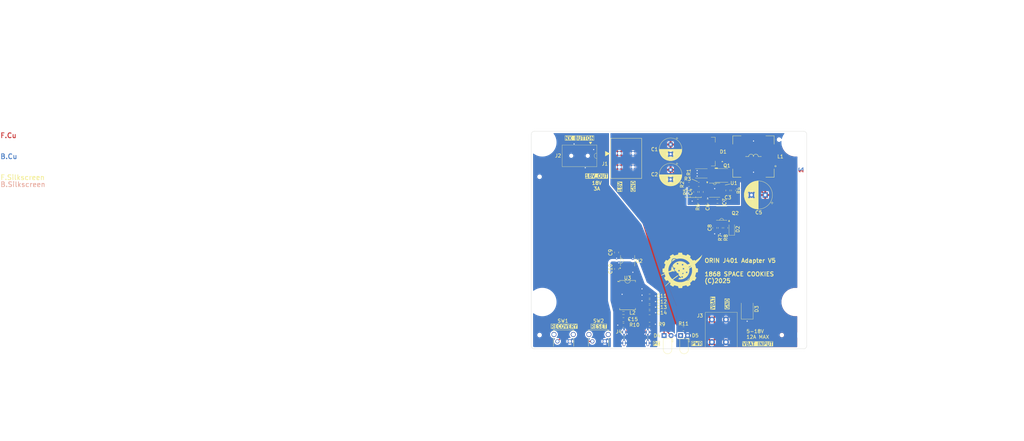
<source format=kicad_pcb>
(kicad_pcb (version 20241229) (generator "pcbnew") (generator_version "9.0")
  (title_block (title "NX Adapter Board") (date "2025-09-13") (rev "5"))
  (layers (0 "F.Cu" signal) (2 "B.Cu" signal) (13 "F.Paste" user) (15 "B.Paste" user) (5 "F.SilkS" user "F.Silkscreen") (7 "B.SilkS" user "B.Silkscreen") (1 "F.Mask" user) (3 "B.Mask" user) (25 "Edge.Cuts" user))
  (net 0 "")
  (net 1 "GND")
  (net 2 "+18V")
  (net 3 "/Power Supply/V_IN")
  (net 4 "Net-(U1-I_{SEN})")
  (net 5 "GND_USB")
  (net 6 "Net-(U1-COMP)")
  (net 7 "/V_BAT")
  (net 8 "/Power Supply/SW")
  (net 9 "Net-(D2-A)")
  (net 10 "/~{REC}")
  (net 11 "/UART2_TXD")
  (net 12 "/~{SYS_RESET}")
  (net 13 "/UART2_RXD")
  (net 14 "Net-(U1-FB)")
  (net 15 "Net-(U1-FA{slash}SD)")
  (net 16 "/Power Supply/Q_S")
  (net 17 "3V3_USB")
  (net 18 "/3V3")
  (net 19 "/PC_LED-")
  (net 20 "/PC_LED+")
  (net 21 "GND1")
  (net 22 "Net-(C6-Pad2)")
  (net 23 "Net-(U3-VCC)")
  (net 24 "Net-(U3-USBD-)")
  (net 25 "Net-(U3-USBD+)")
  (net 26 "Net-(C15-Pad1)")
  (net 27 "Net-(D5-KA)")
  (net 30 "Net-(J4-CC1)")
  (net 31 "Net-(J4-CC2)")
  (net 32 "Net-(Q1-G)")
  (net 33 "Net-(U2-OUT_{A})")
  (net 34 "Net-(U2-IN_{B})")
  (footprint "Package_TO_SOT_SMD:TO-263-2" (layer "F.Cu") (at 286.99 87.376 180)
    (property "Reference" "D1")
    (property "Value" "STPS20M100SG-TR")
  )
  (footprint "Capacitor_SMD:C_0805_2012Metric" (layer "F.Cu") (at 267.96 143.865)
    (property "Reference" "C13")
    (property "Value" "47pF-5%-50V-0805")
  )
  (footprint "NX-J401-Adapter:TI-SON5x6" (layer "F.Cu") (at 293.945 96.012 180)
    (property "Reference" "Q1")
    (property "Value" "CSD16322Q5")
  )
  (footprint "NX-J401-Adapter:Fiducial_1.6mm_Mask3mm" (layer "F.Cu") (at 320 154)
    (property "Reference" "FID3" (hide yes))
    (property "Value" "Fiducial")
  )
  (footprint "LED_THT:LED_D3.0mm_Horizontal_O1.27mm_Z2.0mm" (layer "F.Cu") (at 279.23 154.165)
    (property "Reference" "D5")
    (property "Value" "PWR")
  )
  (footprint "MountingHole:MountingHole_2.7mm_M2.5" (layer "F.Cu") (at 229 84)
    (property "Reference" "H2" (hide yes))
    (property "Value" "MountingHole" (hide yes))
  )
  (footprint "Resistor_SMD:R_0805_2012Metric" (layer "F.Cu") (at 295.656 115.062 -90)
    (property "Reference" "R8")
    (property "Value" "20.0k-1%-0805")
  )
  (footprint "NX-J401-Adapter:Fiducial_1.6mm_Mask3mm" (layer "F.Cu") (at 320 91)
    (property "Reference" "FID2" (hide yes))
    (property "Value" "Fiducial")
  )
  (footprint "Inductor_SMD:L_0805_2012Metric" (layer "F.Cu") (at 258.4704 145.9738)
    (property "Reference" "L2")
    (property "Value" "HZ0805E601R-10")
  )
  (footprint "Capacitor_SMD:C_0805_2012Metric" (layer "F.Cu") (at 255.96 129.992 90)
    (property "Reference" "C10")
    (property "Value" "0.1uF-10%-25V-0805")
  )
  (footprint "MountingHole:ToolingHole_1.152mm" (layer "F.Cu") (at 316 154)
    (property "Reference" "H8" (hide yes))
    (property "Value" "Tooling Hole")
  )
  (footprint "Capacitor_THT:CP_Radial_D8.0mm_P3.50mm" (layer "F.Cu") (at 275.59 93.98 -90)
    (property "Reference" "C2")
    (property "Value" "82uF 35V")
  )
  (footprint "NX-J401-Adapter:SW_TL1105VF100Q_EWI" (layer "F.Cu") (at 234.478 156.2857)
    (property "Reference" "SW1")
    (property "Value" "RECOVERY")
  )
  (footprint "MountingHole:ToolingHole_1.152mm" (layer "F.Cu") (at 315 83)
    (property "Reference" "H1" (hide yes))
    (property "Value" "Tooling Hole")
  )
  (footprint "Capacitor_SMD:C_0805_2012Metric" (layer "F.Cu") (at 291.592 115.062 -90)
    (property "Reference" "C8")
    (property "Value" "22uF-20%-25V-0805")
  )
  (footprint "Capacitor_THT:CP_Radial_D8.0mm_P3.50mm" (layer "F.Cu") (at 275.59 84.7852 -90)
    (property "Reference" "C1")
    (property "Value" "82uF 35V")
  )
  (footprint "NX-J401-Adapter:Wurth-691406510002B" (layer "F.Cu") (at 290.6014 148.3656)
    (property "Reference" "J3")
    (property "Value" "Power")
  )
  (footprint "Resistor_SMD:R_0805_2012Metric" (layer "F.Cu") (at 284.7086 102.0064 90)
    (property "Reference" "R5")
    (property "Value" "1.05k-1%-0805")
  )
  (footprint "Resistor_SMD:R_0805_2012Metric" (layer "F.Cu") (at 282.2702 99.2886 180)
    (property "Reference" "R2")
    (property "Value" "14.0k-1%-0805")
  )
  (footprint "Capacitor_SMD:C_0805_2012Metric" (layer "F.Cu") (at 267.96 139.833)
    (property "Reference" "C11")
    (property "Value" "4.7uF-10%-25V-0805")
  )
  (footprint "Resistor_SMD:R_0805_2012Metric" (layer "F.Cu") (at 258.4704 150.4188)
    (property "Reference" "R10")
    (property "Value" "5.10k-1%-0805")
  )
  (footprint "Capacitor_SMD:C_0805_2012Metric" (layer "F.Cu") (at 267.96 141.833)
    (property "Reference" "C12")
    (property "Value" "0.1uF-10%-25V-0805")
  )
  (footprint "Resistor_SMD:R_0805_2012Metric" (layer "F.Cu") (at 267.96 150.088 180)
    (property "Reference" "R9")
    (property "Value" "5.10k-1%-0805")
  )
  (footprint "Capacitor_SMD:C_0805_2012Metric" (layer "F.Cu") (at 267.96 145.897)
    (property "Reference" "C14")
    (property "Value" "47pF-5%-50V-0805")
  )
  (footprint "LED_THT:LED_D3.0mm_Horizontal_O1.27mm_Z2.0mm" (layer "F.Cu") (at 273.23 154.165)
    (property "Reference" "D4")
    (property "Value" "PC")
  )
  (footprint "NX-J401-Adapter:Molex-878321010" (layer "F.Cu") (at 242.5 88.875 180)
    (property "Reference" "J2")
    (property "Value" "NX BUTTON")
  )
  (footprint "Package_SO:SOIC-8_3.9x4.9mm_P1.27mm" (layer "F.Cu") (at 294.132 109.728 180)
    (property "Reference" "Q2")
    (property "Value" "SI4483ADY-T1-GE3")
  )
  (footprint "NX-J401-Adapter:SW_TL1105VF100Q_EWI" (layer "F.Cu") (at 247.178 156.2857)
    (property "Reference" "SW2")
    (property "Value" "RESET")
  )
  (footprint "Capacitor_SMD:C_0805_2012Metric" (layer "F.Cu") (at 258.4704 148.3868)
    (property "Reference" "C15")
    (property "Value" "0.01uF-10%-50V-0805")
  )
  (footprint "Capacitor_SMD:C_0805_2012Metric" (layer "F.Cu") (at 255.96 123.992 -90)
    (property "Reference" "C9")
    (property "Value" "0.1uF-10%-25V-0805")
  )
  (footprint "Diode_SMD:D_SMB" (layer "F.Cu") (at 303.403 144.526 90)
    (property "Reference" "D3")
    (property "Value" "15V")
  )
  (footprint "Resistor_SMD:R_0805_2012Metric" (layer "F.Cu") (at 298.45 101.47304 90)
    (property "Reference" "R4")
    (property "Value" "59.0k-1%-0805")
  )
  (footprint "Resistor_SMD:R_0805_2012Metric" (layer "F.Cu") (at 280.289 151.6634)
    (property "Reference" "R11")
    (property "Value" "4.99k-1%-0805")
  )
  (footprint "MountingHole:MountingHole_2.7mm_M2.5" (layer "F.Cu") (at 229 142)
    (property "Reference" "H5" (hide yes))
    (property "Value" "MountingHole" (hide yes))
  )
  (footprint "Capacitor_THT:CP_Radial_D10.0mm_P5.00mm" (layer "F.Cu") (at 309.961677 103.124 180)
    (property "Reference" "C5")
    (property "Value" "330uF 35V")
  )
  (footprint "Diode_SMD:D_SOD-123F" (layer "F.Cu") (at 297.815 115.57 90)
    (property "Reference" "D2")
    (property "Value" "15V")
  )
  (footprint "NX-J401-Adapter:Fiducial_1.6mm_Mask3mm" (layer "F.Cu") (at 230 91)
    (property "Reference" "FID1" (hide yes))
    (property "Value" "Fiducial")
  )
  (footprint "Package_SO:SSOP-28_5.3x10.2mm_P0.65mm" (layer "F.Cu") (at 259.96 139.492)
    (property "Reference" "U3")
    (property "Value" "FT232RNL")
  )
  (footprint "Package_SO:SOIC-8_3.9x4.9mm_P1.27mm" (layer "F.Cu") (at 259.96 126.992 90)
    (property "Reference" "U2")
    (property "Value" "ISO6721BDR")
  )
  (footprint "NX-J401-Adapter:CONN_69140872_WRE" (layer "F.Cu") (at 256.9464 87.9818)
    (property "Reference" "J1")
    (property "Value" "18V_OUT")
  )
  (footprint "NX-J401-Adapter:SPACE_COOKIES_LOGO_15mm" (layer "F.Cu") (at 279.5524 130.510413)
    (property "Reference" "LOGO1" (hide yes))
    (property "Value" "SPACE COOKIES LOGO" (hide yes))
  )
  (footprint "Package_SO:SOIC-8_3.9x4.9mm_P1.27mm" (layer "F.Cu") (at 291.592 101.346)
    (property "Reference" "U1")
    (property "Value" "LM3478MA")
  )
  (footprint "Resistor_SMD:R_0805_2012Metric" (layer "F.Cu") (at 285.496 105.41)
    (property "Reference" "R6")
    (property "Value" "1.05k-1%-0805")
  )
  (footprint "Resistor_SMD:R_2512_6332Metric" (layer "F.Cu") (at 286.766 95.25)
    (property "Reference" "R1")
    (property "Value" "4.0m-1%-2512")
  )
  (footprint "Resistor_SMD:R_0805_2012Metric" (layer "F.Cu") (at 285.8281 99.2886)
    (property "Reference" "R3")
    (property "Value" "100R-1%-0805")
  )
  (footprint "Capacitor_SMD:C_0805_2012Metric" (layer "F.Cu") (at 289.052 105.41 180)
    (property "Reference" "C6")
    (property "Value" "0.22uF-10%-50V-0805")
  )
  (footprint "NX-J401-Adapter:Molex-USB-C-2171790001" (layer "F.Cu") (at 263 154.903575)
    (property "Reference" "J4")
    (property "Value" "USB_C_Receptacle_USB2.0_14P")
  )
  (footprint "MountingHole:MountingHole_2.7mm_M2.5" (layer "F.Cu") (at 320.99948 84)
    (property "Reference" "H3" (hide yes))
    (property "Value" "MountingHole" (hide yes))
  )
  (footprint "Capacitor_SMD:C_0805_2012Metric" (layer "F.Cu") (at 286.7406 102.0064 -90)
    (property "Reference" "C4")
    (property "Value" "10pF-5%-50V-0805")
  )
  (footprint "MountingHole:ToolingHole_1.152mm" (layer "F.Cu") (at 228 96.5)
    (property "Reference" "H4" (hide yes))
    (property "Value" "Tooling Hole")
  )
  (footprint "Capacitor_SMD:C_0805_2012Metric" (layer "F.Cu") (at 292.608 105.41)
    (property "Reference" "C7")
    (property "Value" "0.01uF-10%-50V-0805")
  )
  (footprint "MountingHole:ToolingHole_1.152mm" (layer "F.Cu") (at 228 154)
    (property "Reference" "H7" (hide yes))
    (property "Value" "Tooling Hole")
  )
  (footprint "Resistor_SMD:R_0805_2012Metric" (layer "F.Cu") (at 293.624 115.062 90)
    (property "Reference" "R7")
    (property "Value" "1.05k-1%-0805")
  )
  (footprint "NX-J401-Adapter:INDUCTOR_IHLE-5050FH-Vishay" (layer "F.Cu") (at 305.695 89.154 90)
    (property "Reference" "L1")
    (property "Value" "4.7 uH-8m-20%")
  )
  (footprint "MountingHole:MountingHole_2.7mm_M2.5" (layer "F.Cu") (at 320.99948 142)
    (property "Reference" "H6" (hide yes))
    (property "Value" "MountingHole" (hide yes))
  )
  (footprint "Capacitor_SMD:C_0805_2012Metric" (layer "F.Cu") (at 296.418 101.47304 -90)
    (property "Reference" "C3")
    (property "Value" "0.22uF-10%-50V-0805")
  )
  (gr_line (start 286.766 103.759) (end 286.766 104.013) (stroke (width 0.15)) (layer "F.SilkS"))
  (gr_line (start 307.4162 89.142635) (end 308.5846 89.142635) (stroke (width 0.15)) (layer "F.SilkS"))
  (gr_line (start 286.766 104.013) (end 280.924 104.013) (stroke (width 0.15)) (layer "F.SilkS"))
  (gr_arc (start 305.689 89.142635) (mid 306.5526 88.279035) (end 307.4162 89.142635) (stroke (width 0.15)) (layer "F.SilkS"))
  (gr_line (start 302.7934 89.142635) (end 303.9618 89.142635) (stroke (width 0.15)) (layer "F.SilkS"))
  (gr_line (start 282.702 104.013) (end 282.702 103.632) (stroke (width 0.15)) (layer "F.SilkS"))
  (gr_arc (start 303.9618 89.142635) (mid 304.8254 88.279035) (end 305.689 89.142635) (stroke (width 0.15)) (layer "F.SilkS"))
  (gr_line (start 280.924 104.013) (end 280.924 103.632) (stroke (width 0.15)) (layer "F.SilkS"))
  (gr_line (start 284.734 103.759) (end 284.734 104.013) (stroke (width 0.15)) (layer "F.SilkS"))
  (gr_line (start 283.337 97.3455) (end 285.369 98.2345) (stroke (width 0.15)) (layer "F.SilkS"))
  (gr_line (start 297.18 99.1235) (end 295.402 99.5045) (stroke (width 0.15)) (layer "F.SilkS"))
  (gr_arc (start 226.01682 159.004) (mid 225.2984 158.70642) (end 225.00082 157.988) (stroke (width 0.1)) (layer "Edge.Cuts"))
  (gr_arc (start 225.00082 81.026) (mid 225.2984 80.30758) (end 226.01682 80.01) (stroke (width 0.1)) (layer "Edge.Cuts"))
  (gr_arc (start 323.98462 80.01) (mid 324.70304 80.30758) (end 325.00062 81.026) (stroke (width 0.1)) (layer "Edge.Cuts"))
  (gr_line (start 225.00082 81.026) (end 225.00082 157.988) (stroke (width 0.1)) (layer "Edge.Cuts"))
  (gr_line (start 226.01682 159.004) (end 323.98462 159.004) (stroke (width 0.1)) (layer "Edge.Cuts"))
  (gr_arc (start 325.00062 157.988) (mid 324.70304 158.70642) (end 323.98462 159.004) (stroke (width 0.1)) (layer "Edge.Cuts"))
  (gr_line (start 325.00062 157.988) (end 325.00062 81.026) (stroke (width 0.1)) (layer "Edge.Cuts"))
  (gr_line (start 323.98462 80.01) (end 226.01682 80.01) (stroke (width 0.1)) (layer "Edge.Cuts"))
  (gr_text "1" (at 323.85 95.25 90) (layer "F.Cu") (effects (font (size 1.5 1.5) (thickness 0.3) (bold yes)) (justify left bottom)))
  (gr_text "${LAYER}" (at 32.004 82.55 0) (layer "F.Cu") (effects (font (size 1.778 1.778) (thickness 0.3) (bold yes)) (justify left bottom)))
  (gr_text "2" (at 323.85 92.837 90) (layer "B.Cu") (effects (font (size 1.5 1.5) (thickness 0.3) (bold yes)) (justify left bottom mirror)))
  (gr_text "${LAYER}" (at 32.004 90.17 0) (layer "B.Cu") (effects (font (size 1.778 1.778) (thickness 0.3) (bold yes)) (justify left bottom)))
  (gr_text "VBAT INPUT" (at 301.625 157.988 0) (layer "F.SilkS" knockout) (effects (font (size 1.27 1.27) (thickness 0.254) (bold yes)) (justify left bottom)))
  (gr_text "GND" (at 296.926 144.78 90) (layer "F.SilkS" knockout) (effects (font (size 1.27 1.27) (thickness 0.254) (bold yes)) (justify left bottom)))
  (gr_text "18V\n3A" (at 248.793 101.5746 0) (layer "F.SilkS") (effects (font (size 1.27 1.27) (thickness 0.254) (bold yes)) (justify bottom)))
  (gr_text "ORIN J401 Adapter V5\n\n1868 SPACE COOKIES\n(C)2025" (at 287.782 135.2042 0) (layer "F.SilkS") (effects (font (size 1.524 1.524) (thickness 0.3048) (bold yes)) (justify left bottom)))
  (gr_text "GND" (at 262.763 102.0826 90) (layer "F.SilkS" knockout) (effects (font (size 1.27 1.27) (thickness 0.254) (bold yes)) (justify left bottom)))
  (gr_text "18V" (at 257.937 102.0826 90) (layer "F.SilkS" knockout) (effects (font (size 1.27 1.27) (thickness 0.254) (bold yes)) (justify left bottom)))
  (gr_text "5-18V\n12A MAX" (at 303.022 153.67 0) (layer "F.SilkS") (effects (font (size 1.27 1.27) (thickness 0.2032)) (justify left)))
  (gr_text "${LAYER}" (at 32.004 97.79 0) (layer "F.SilkS") (effects (font (size 1.778 1.778) (thickness 0.3) (bold yes)) (justify left bottom)))
  (gr_text "VBAT" (at 291.719 144.78 90) (layer "F.SilkS" knockout) (effects (font (size 1.27 1.27) (thickness 0.254) (bold yes)) (justify left bottom)))
  (gr_text "${LAYER}" (at 32.004 100.33 0) (layer "B.SilkS") (effects (font (size 1.778 1.778) (thickness 0.3) (bold yes)) (justify left bottom)))
  (segment (start 283.8035 95.25) (end 283.8035 94.6565) (width 0.254) (layer "F.Cu") (net 1))
  (segment (start 286.7406 104.0892) (end 288.874202 104.0892) (width 0.381) (layer "F.Cu") (net 1))
  (segment (start 293.558 105.41) (end 294.9956 105.41) (width 0.381) (layer "F.Cu") (net 1))
  (segment (start 295.7322 104.14) (end 296.418 103.4542) (width 0.508) (layer "F.Cu") (net 1))
  (segment (start 283.8035 95.25) (end 283.8035 95.8435) (width 0.254) (layer "F.Cu") (net 1))
  (segment (start 283.972 94.488) (end 283.8035 94.6565) (width 0.254) (layer "F.Cu") (net 1))
  (segment (start 283.8035 94.6565) (end 284.226 94.234) (width 0.254) (layer "F.Cu") (net 1))
  (segment (start 284.5835 105.41) (end 283.48941 105.41) (width 0.381) (layer "F.Cu") (net 1))
  (segment (start 305.7023 94.8315) (end 305.7144 94.8436) (width 0.762) (layer "F.Cu") (net 1))
  (segment (start 291.605822 102.147222) (end 291.605822 100.813988) (width 0.508) (layer "F.Cu") (net 1))
  (segment (start 284.226 94.234) (end 285.241982 94.234) (width 0.508) (layer "F.Cu") (net 1))
  (segment (start 293.624 115.9745) (end 293.624 117.221) (width 0.381) (layer "F.Cu") (net 1))
  (segment (start 283.8035 95.25) (end 285.242 95.25) (width 0.508) (layer "F.Cu") (net 1))
  (segment (start 284.7086 102.9189) (end 284.7086 104.0892) (width 0.381) (layer "F.Cu") (net 1))
  (segment (start 291.592 116.012) (end 291.592 117.22101) (width 0.381) (layer "F.Cu") (net 1))
  (segment (start 283.8035 95.8435) (end 284.226 96.266) (width 0.254) (layer "F.Cu") (net 1))
  (segment (start 284.226 96.266) (end 285.242 96.266) (width 0.508) (layer "F.Cu") (net 1))
  (segment (start 289.117 103.251) (end 289.117 104.201998) (width 0.381) (layer "F.Cu") (net 1))
  (segment (start 288.874202 104.0892) (end 289.052 104.266998) (width 0.381) (layer "F.Cu") (net 1))
  (segment (start 283.48941 105.41) (end 283.43861 105.3592) (width 0.381) (layer "F.Cu") (net 1))
  (segment (start 286.7406 102.9564) (end 286.7406 104.0892) (width 0.381) (layer "F.Cu") (net 1))
  (segment (start 289.052 104.0892) (end 289.052 104.266998) (width 0.381) (layer "F.Cu") (net 1))
  (segment (start 284.7086 104.0892) (end 286.7406 104.0892) (width 0.381) (layer "F.Cu") (net 1))
  (segment (start 298.45 102.38554) (end 298.45 103.7082) (width 0.381) (layer "F.Cu") (net 1))
  (segment (start 296.7482 105.41) (end 294.9956 105.41) (width 0.381) (layer "F.Cu") (net 1))
  (segment (start 294.067 103.251) (end 294.067 103.8972) (width 0.508) (layer "F.Cu") (net 1))
  (segment (start 294.3098 104.14) (end 295.7322 104.14) (width 0.508) (layer "F.Cu") (net 1))
  (segment (start 298.45 103.7082) (end 296.7482 105.41) (width 0.381) (layer "F.Cu") (net 1))
  (segment (start 294.067 103.8972) (end 294.3098 104.14) (width 0.508) (layer "F.Cu") (net 1))
  (segment (start 284.5835 104.2143) (end 284.7086 104.0892) (width 0.381) (layer "F.Cu") (net 1))
  (segment (start 305.695 83.4958) (end 305.7144 83.5152) (width 0.762) (layer "F.Cu") (net 1))
  (segment (start 296.418 103.4542) (end 296.418 102.42304) (width 0.508) (layer "F.Cu") (net 1))
  (segment (start 305.695 83.4765) (end 305.695 83.4958) (width 0.762) (layer "F.Cu") (net 1))
  (segment (start 289.117 104.201998) (end 289.052 104.266998) (width 0.381) (layer "F.Cu") (net 1))
  (segment (start 294.067 103.251) (end 292.7096 103.251) (width 0.508) (layer "F.Cu") (net 1))
  (segment (start 284.5835 105.41) (end 284.5835 104.2143) (width 0.381) (layer "F.Cu") (net 1))
  (segment (start 292.7096 103.251) (end 291.605822 102.147222) (width 0.508) (layer "F.Cu") (net 1))
  (segment (start 303.403 147.184) (end 303.403 148.971) (width 0.508) (layer "F.Cu") (net 1))
  (segment (start 305.695 94.8315) (end 305.7023 94.8315) (width 0.762) (layer "F.Cu") (net 1))
  (via (at 291.592 117.22101) (size 0.8128) (drill 0.4064) (layers "F.Cu" "B.Cu") (net 1))
  (via (at 285.242 96.266) (size 0.8128) (drill 0.4064) (layers "F.Cu" "B.Cu") (net 1))
  (via (at 285.241982 94.234) (size 0.8128) (drill 0.4064) (layers "F.Cu" "B.Cu") (net 1))
  (via (at 283.43861 105.3592) (size 0.8128) (drill 0.4064) (layers "F.Cu" "B.Cu") (net 1))
  (via (at 289.052 104.266998) (size 0.8128) (drill 0.4064) (layers "F.Cu" "B.Cu") (net 1))
  (via (at 305.7144 83.5152) (size 0.8128) (drill 0.4064) (layers "F.Cu" "B.Cu") (net 1))
  (via (at 291.605822 100.813988) (size 0.8128) (drill 0.4064) (layers "F.Cu" "B.Cu") (net 1))
  (via (at 285.242 95.25) (size 0.8128) (drill 0.4064) (layers "F.Cu" "B.Cu") (net 1))
  (via (at 303.403 148.971) (size 0.8128) (drill 0.4064) (layers "F.Cu" "B.Cu") (net 1))
  (via (at 305.7144 94.8436) (size 0.8128) (drill 0.4064) (layers "F.Cu" "B.Cu") (net 1))
  (via (at 294.9956 105.41) (size 0.8128) (drill 0.4064) (layers "F.Cu" "B.Cu") (net 1))
  (via (at 293.624 117.221) (size 0.8128) (drill 0.4064) (layers "F.Cu" "B.Cu") (net 1))
  (segment (start 278.765 98.7298) (end 278.765 97.155) (width 0.381) (layer "F.Cu") (net 2))
  (segment (start 278.765 97.155) (end 275.59 93.98) (width 0.381) (layer "F.Cu") (net 2))
  (segment (start 279.3238 99.2886) (end 278.765 98.7298) (width 0.381) (layer "F.Cu") (net 2))
  (segment (start 281.3577 99.2886) (end 279.3238 99.2886) (width 0.381) (layer "F.Cu") (net 2))
  (segment (start 295.656 117.856) (end 296.164 118.364) (width 0.381) (layer "F.Cu") (net 3))
  (segment (start 297.815 118.364) (end 300.355 118.364) (width 0.381) (layer "F.Cu") (net 3))
  (segment (start 297.6118 99.441) (end 299.0596 97.9932) (width 0.508) (layer "F.Cu") (net 3))
  (segment (start 297.815 118.364) (end 297.815 116.97) (width 0.381) (layer "F.Cu") (net 3))
  (segment (start 296.418 99.441) (end 297.6118 99.441) (width 0.508) (layer "F.Cu") (net 3))
  (segment (start 295.656 115.9745) (end 295.656 117.856) (width 0.381) (layer "F.Cu") (net 3))
  (segment (start 296.418 100.52304) (end 296.418 99.441) (width 0.508) (layer "F.Cu") (net 3))
  (segment (start 304.830877 97.9932) (end 309.961677 103.124) (width 0.508) (layer "F.Cu") (net 3))
  (segment (start 296.164 118.364) (end 297.815 118.364) (width 0.381) (layer "F.Cu") (net 3))
  (segment (start 294.067 99.441) (end 296.418 99.441) (width 0.508) (layer "F.Cu") (net 3))
  (segment (start 299.0596 97.9932) (end 304.830877 97.9932) (width 0.508) (layer "F.Cu") (net 3))
  (segment (start 286.7406 101.0564) (end 286.7406 99.2886) (width 0.381) (layer "F.Cu") (net 4))
  (segment (start 287.8074 99.441) (end 287.655 99.2886) (width 0.381) (layer "F.Cu") (net 4))
  (segment (start 289.117 99.441) (end 287.8074 99.441) (width 0.381) (layer "F.Cu") (net 4))
  (segment (start 287.655 99.2886) (end 286.7406 99.2886) (width 0.381) (layer "F.Cu") (net 4))
  (segment (start 270.0534 150.088) (end 270.0782 150.0632) (width 0.254) (layer "F.Cu") (net 5))
  (segment (start 257.5579 150.4188) (end 256.413 150.4188) (width 0.254) (layer "F.Cu") (net 5))
  (segment (start 265.2014 136.6774) (end 265.2014 137.2108) (width 0.381) (layer "F.Cu") (net 5))
  (segment (start 265.1952 137.217) (end 265.2014 137.2108) (width 0.381) (layer "F.Cu") (net 5))
  (segment (start 256.794 127.7874) (end 256.3114 127.7874) (width 0.381) (layer "F.Cu") (net 5))
  (segment (start 256.3114 127.7874) (end 255.96 128.1388) (width 0.381) (layer "F.Cu") (net 5))
  (segment (start 266.2 153.6018) (end 266.2174 153.6192) (width 0.381) (layer "F.Cu") (net 5))
  (segment (start 265.2268 139.4968) (end 265.2268 139.7308) (width 0.381) (layer "F.Cu") (net 5))
  (segment (start 259.4204 148.3868) (end 260.5532 148.3868) (width 0.381) (layer "F.Cu") (net 5))
  (segment (start 270.103 141.833) (end 270.1036 141.8336) (width 0.381) (layer "F.Cu") (net 5))
  (segment (start 263.56 137.217) (end 265.1952 137.217) (width 0.381) (layer "F.Cu") (net 5))
  (segment (start 270.0722 139.833) (end 270.0782 139.827) (width 0.381) (layer "F.Cu") (net 5))
  (segment (start 265.2268 139.7308) (end 265.1406 139.817) (width 0.381) (layer "F.Cu") (net 5))
  (segment (start 263.5696 141.7574) (end 263.56 141.767) (width 0.381) (layer "F.Cu") (net 5))
  (segment (start 265.2014 141.5288) (end 264.9728 141.7574) (width 0.381) (layer "F.Cu") (net 5))
  (segment (start 270.103 143.865) (end 270.1036 143.8656) (width 0.381) (layer "F.Cu") (net 5))
  (segment (start 259.8 152.328575) (end 259.8 153.5518) (width 0.381) (layer "F.Cu") (net 5))
  (segment (start 268.8725 150.088) (end 270.0534 150.088) (width 0.254) (layer "F.Cu") (net 5))
  (segment (start 268.91 143.865) (end 270.103 143.865) (width 0.381) (layer "F.Cu") (net 5))
  (segment (start 264.9728 141.7574) (end 263.5696 141.7574) (width 0.381) (layer "F.Cu") (net 5))
  (segment (start 268.91 141.833) (end 270.103 141.833) (width 0.381) (layer "F.Cu") (net 5))
  (segment (start 263.56 136.567) (end 265.091 136.567) (width 0.381) (layer "F.Cu") (net 5))
  (segment (start 265.1406 139.817) (end 263.56 139.817) (width 0.381) (layer "F.Cu") (net 5))
  (segment (start 255.96 128.1388) (end 255.96 129.042) (width 0.381) (layer "F.Cu") (net 5))
  (segment (start 266.2 152.328575) (end 266.2 153.6018) (width 0.381) (layer "F.Cu") (net 5))
  (segment (start 259.8 153.5518) (end 259.8166 153.5684) (width 0.381) (layer "F.Cu") (net 5))
  (segment (start 270.1042 145.897) (end 270.129 145.8722) (width 0.381) (layer "F.Cu") (net 5))
  (segment (start 261.865 129.467) (end 261.865 131.182) (width 0.381) (layer "F.Cu") (net 5))
  (segment (start 256.413 150.4188) (end 256.3876 150.3934) (width 0.254) (layer "F.Cu") (net 5))
  (segment (start 268.91 145.897) (end 270.1042 145.897) (width 0.381) (layer "F.Cu") (net 5))
  (segment (start 261.865 131.182) (end 261.874 131.191) (width 0.381) (layer "F.Cu") (net 5))
  (segment (start 265.091 136.567) (end 265.2014 136.6774) (width 0.381) (layer "F.Cu") (net 5))
  (segment (start 268.91 139.833) (end 270.0722 139.833) (width 0.381) (layer "F.Cu") (net 5))
  (segment (start 257.9628 139.167) (end 257.9878 139.192) (width 0.381) (layer "F.Cu") (net 5))
  (segment (start 256.36 139.167) (end 257.9628 139.167) (width 0.381) (layer "F.Cu") (net 5))
  (via (at 270.0782 150.0632) (size 0.8128) (drill 0.4064) (layers "F.Cu" "B.Cu") (net 5))
  (via (at 265.2014 141.5288) (size 0.8128) (drill 0.4064) (layers "F.Cu" "B.Cu") (net 5))
  (via (at 265.2268 139.4968) (size 0.8128) (drill 0.4064) (layers "F.Cu" "B.Cu") (net 5))
  (via (at 270.129 145.8722) (size 0.8128) (drill 0.4064) (layers "F.Cu" "B.Cu") (net 5))
  (via (at 256.3876 150.3934) (size 0.8128) (drill 0.4064) (layers "F.Cu" "B.Cu") (net 5))
  (via (at 270.0782 139.827) (size 0.8128) (drill 0.4064) (layers "F.Cu" "B.Cu") (net 5))
  (via (at 256.794 127.7874) (size 0.8128) (drill 0.4064) (layers "F.Cu" "B.Cu") (net 5))
  (via (at 259.8166 153.5684) (size 0.8128) (drill 0.4064) (layers "F.Cu" "B.Cu") (net 5))
  (via (at 265.2014 137.2108) (size 0.8128) (drill 0.4064) (layers "F.Cu" "B.Cu") (net 5))
  (via (at 270.1036 143.8656) (size 0.8128) (drill 0.4064) (layers "F.Cu" "B.Cu") (net 5))
  (via (at 257.9878 139.192) (size 0.8128) (drill 0.4064) (layers "F.Cu" "B.Cu") (net 5))
  (via (at 270.1036 141.8336) (size 0.8128) (drill 0.4064) (layers "F.Cu" "B.Cu") (net 5))
  (via (at 261.874 131.191) (size 0.8128) (drill 0.4064) (layers "F.Cu" "B.Cu") (net 5))
  (via (at 266.2174 153.6192) (size 0.8128) (drill 0.4064) (layers "F.Cu" "B.Cu") (net 5))
  (via (at 260.5532 148.3868) (size 0.8128) (drill 0.4064) (layers "F.Cu" "B.Cu") (net 5))
  (segment (start 290.4744 100.711) (end 290.7792 101.0158) (width 0.381) (layer "F.Cu") (net 6))
  (segment (start 289.117 100.711) (end 290.4744 100.711) (width 0.381) (layer "F.Cu") (net 6))
  (segment (start 290.7792 103.378) (end 291.658 104.2568) (width 0.381) (layer "F.Cu") (net 6))
  (segment (start 290.002 105.41) (end 291.658 105.41) (width 0.381) (layer "F.Cu") (net 6))
  (segment (start 290.7792 101.0158) (end 290.7792 103.378) (width 0.381) (layer "F.Cu") (net 6))
  (segment (start 291.658 104.2568) (end 291.658 105.41) (width 0.381) (layer "F.Cu") (net 6))
  (segment (start 281.2015 151.6634) (end 287.3036 151.6634) (width 0.381) (layer "F.Cu") (net 7))
  (segment (start 291.592 111.698) (end 291.657 111.633) (width 0.381) (layer "F.Cu") (net 7))
  (segment (start 291.592 112.828307) (end 291.592 111.698) (width 0.381) (layer "F.Cu") (net 7))
  (segment (start 287.3036 151.6634) (end 290.6014 148.3656) (width 0.381) (layer "F.Cu") (net 7))
  (segment (start 291.592 114.112) (end 291.592 112.828307) (width 0.381) (layer "F.Cu") (net 7))
  (segment (start 300.0175 89.154) (end 300.0175 88.2323) (width 0.381) (layer "F.Cu") (net 8))
  (segment (start 300.0175 89.154) (end 300.0175 90.1265) (width 0.381) (layer "F.Cu") (net 8))
  (segment (start 300.0175 89.154) (end 300.0175 88.2469) (width 0.381) (layer "F.Cu") (net 8))
  (segment (start 300.017545 89.153955) (end 300.017545 89.15391) (width 0.381) (layer "F.Cu") (net 8))
  (segment (start 300.017498 89.153998) (end 300.017498 89.153996) (width 0.381) (layer "F.Cu") (net 8))
  (segment (start 300.0175 89.154) (end 300.017498 89.153998) (width 0.381) (layer "F.Cu") (net 8))
  (segment (start 300.0175 89.154) (end 300.017545 89.153955) (width 0.381) (layer "F.Cu") (net 8))
  (segment (start 294.5384 108.6104) (end 294.5384 113.03) (width 0.381) (layer "F.Cu") (net 9))
  (segment (start 296.607 107.823) (end 295.3258 107.823) (width 0.381) (layer "F.Cu") (net 9))
  (segment (start 294.5384 113.03) (end 294.386 113.03) (width 0.381) (layer "F.Cu") (net 9))
  (segment (start 297.561 113.03) (end 295.656 113.03) (width 0.381) (layer "F.Cu") (net 9))
  (segment (start 295.656 113.03) (end 294.64 113.03) (width 0.381) (layer "F.Cu") (net 9))
  (segment (start 297.815 114.17) (end 297.815 113.284) (width 0.381) (layer "F.Cu") (net 9))
  (segment (start 294.64 113.03) (end 294.5384 113.03) (width 0.381) (layer "F.Cu") (net 9))
  (segment (start 295.3258 107.823) (end 294.5384 108.6104) (width 0.381) (layer "F.Cu") (net 9))
  (segment (start 295.656 114.1495) (end 295.656 113.03) (width 0.381) (layer "F.Cu") (net 9))
  (segment (start 294.386 113.03) (end 294.005 113.03) (width 0.381) (layer "F.Cu") (net 9))
  (segment (start 294.005 113.03) (end 293.624 113.411) (width 0.381) (layer "F.Cu") (net 9))
  (segment (start 293.624 113.411) (end 293.624 114.1495) (width 0.381) (layer "F.Cu") (net 9))
  (segment (start 297.815 113.284) (end 297.561 113.03) (width 0.381) (layer "F.Cu") (net 9))
  (segment (start 236.474 154.2897) (end 236.474 148.59) (width 0.381) (layer "F.Cu") (net 10))
  (segment (start 234.478 156.2857) (end 236.474 154.2897) (width 0.381) (layer "F.Cu") (net 10))
  (segment (start 240.5 144.564) (end 240.5 91) (width 0.381) (layer "F.Cu") (net 10))
  (segment (start 236.474 148.59) (end 240.5 144.564) (width 0.381) (layer "F.Cu") (net 10))
  (segment (start 249.428 102.362) (end 249.428 85.344) (width 0.381) (layer "F.Cu") (net 11))
  (segment (start 244.5 84.43) (end 244.5 86.75) (width 0.381) (layer "F.Cu") (net 11))
  (segment (start 247.9812 83.8972) (end 245.0328 83.8972) (width 0.381) (layer "F.Cu") (net 11))
  (segment (start 249.428 85.344) (end 247.9812 83.8972) (width 0.381) (layer "F.Cu") (net 11))
  (segment (start 259.325 112.259) (end 249.428 102.362) (width 0.381) (layer "F.Cu") (net 11))
  (segment (start 245.0328 83.8972) (end 244.5 84.43) (width 0.381) (layer "F.Cu") (net 11))
  (segment (start 259.325 124.517) (end 259.325 112.259) (width 0.381) (layer "F.Cu") (net 11))
  (segment (start 243.586 155.448) (end 244.4237 156.2857) (width 0.381) (layer "F.Cu") (net 12))
  (segment (start 242.5 91) (end 242.5 144.456) (width 0.381) (layer "F.Cu") (net 12))
  (segment (start 243.586 145.542) (end 243.586 155.448) (width 0.381) (layer "F.Cu") (net 12))
  (segment (start 242.5 144.456) (end 243.586 145.542) (width 0.381) (layer "F.Cu") (net 12))
  (segment (start 244.4237 156.2857) (end 247.178 156.2857) (width 0.381) (layer "F.Cu") (net 12))
  (segment (start 242.5 84.144) (end 242.5 86.75) (width 0.381) (layer "F.Cu") (net 13))
  (segment (start 248.223598 83.312) (end 243.332 83.312) (width 0.381) (layer "F.Cu") (net 13))
  (segment (start 250.19 85.278402) (end 248.223598 83.312) (width 0.381) (layer "F.Cu") (net 13))
  (segment (start 250.19 102.239196) (end 250.19 85.278402) (width 0.381) (layer "F.Cu") (net 13))
  (segment (start 260.595 112.644196) (end 250.19 102.239196) (width 0.381) (layer "F.Cu") (net 13))
  (segment (start 260.595 124.517) (end 260.595 112.644196) (width 0.381) (layer "F.Cu") (net 13))
  (segment (start 243.332 83.312) (end 242.5 84.144) (width 0.381) (layer "F.Cu") (net 13))
  (segment (start 283.1827 99.2886) (end 283.1827 100.6075) (width 0.381) (layer "F.Cu") (net 14))
  (segment (start 284.8375 101.0939) (end 285.7436 102) (width 0.3048) (layer "F.Cu") (net 14))
  (segment (start 284.7086 101.0939) (end 284.8375 101.0939) (width 0.3048) (layer "F.Cu") (net 14))
  (segment (start 285.7436 102) (end 289.098 102) (width 0.3048) (layer "F.Cu") (net 14))
  (segment (start 289.098 102) (end 289.117 101.981) (width 0.3048) (layer "F.Cu") (net 14))
  (segment (start 283.6691 101.0939) (end 284.7086 101.0939) (width 0.381) (layer "F.Cu") (net 14))
  (segment (start 283.1827 100.6075) (end 283.6691 101.0939) (width 0.381) (layer "F.Cu") (net 14))
  (segment (start 298.32106 100.56054) (end 298.45 100.56054) (width 0.3048) (layer "F.Cu") (net 15))
  (segment (start 295.59884 101.46664) (end 297.41496 101.46664) (width 0.3048) (layer "F.Cu") (net 15))
  (segment (start 294.067 100.711) (end 294.8432 100.711) (width 0.3048) (layer "F.Cu") (net 15))
  (segment (start 294.8432 100.711) (end 295.59884 101.46664) (width 0.3048) (layer "F.Cu") (net 15))
  (segment (start 297.41496 101.46664) (end 298.32106 100.56054) (width 0.3048) (layer "F.Cu") (net 15))
  (segment (start 288.2392 97.2312) (end 288.2392 95.7072) (width 0.381) (layer "F.Cu") (net 16))
  (segment (start 288.6964 95.25) (end 289.7285 95.25) (width 0.381) (layer "F.Cu") (net 16))
  (segment (start 285.369 97.7138) (end 287.7566 97.7138) (width 0.381) (layer "F.Cu") (net 16))
  (segment (start 284.9156 98.1672) (end 285.369 97.7138) (width 0.381) (layer "F.Cu") (net 16))
  (segment (start 287.7566 97.7138) (end 288.2392 97.2312) (width 0.381) (layer "F.Cu") (net 16))
  (segment (start 284.9156 99.2886) (end 284.9156 98.1672) (width 0.381) (layer "F.Cu") (net 16))
  (segment (start 288.2392 95.7072) (end 288.6964 95.25) (width 0.381) (layer "F.Cu") (net 16))
  (segment (start 258.8768 147.066) (end 258.445 146.6342) (width 0.381) (layer "F.Cu") (net 17))
  (segment (start 255.9558 130.9462) (end 255.96 130.942) (width 0.381) (layer "F.Cu") (net 17))
  (segment (start 255.9558 132.1054) (end 257.2004 132.1054) (width 0.381) (layer "F.Cu") (net 17))
  (segment (start 262.304 142.417) (end 261.3416 143.3794) (width 0.381) (layer "F.Cu") (net 17))
  (segment (start 260.6294 147.066) (end 258.8768 147.066) (width 0.381) (layer "F.Cu") (net 17))
  (segment (start 258.064 144.6022) (end 255.27 144.6022) (width 0.381) (layer "F.Cu") (net 17))
  (segment (start 266.0402 141.833) (end 267.01 141.833) (width 0.381) (layer "F.Cu") (net 17))
  (segment (start 254.6604 140.7922) (end 254.1524 140.2842) (width 0.381) (layer "F.Cu") (net 17))
  (segment (start 261.3416 143.3794) (end 261.3416 146.3538) (width 0.381) (layer "F.Cu") (net 17))
  (segment (start 258.055 131.2508) (end 258.055 129.467) (width 0.381) (layer "F.Cu") (net 17))
  (segment (start 261.3416 146.3538) (end 260.6294 147.066) (width 0.381) (layer "F.Cu") (net 17))
  (segment (start 254.1524 134.3914) (end 255.9558 132.588) (width 0.381) (layer "F.Cu") (net 17))
  (segment (start 263.56 142.417) (end 262.304 142.417) (width 0.381) (layer "F.Cu") (net 17))
  (segment (start 254.6604 143.9926) (end 254.6604 140.7922) (width 0.381) (layer "F.Cu") (net 17))
  (segment (start 255.27 144.6022) (end 254.6604 143.9926) (width 0.381) (layer "F.Cu") (net 17))
  (segment (start 263.56 142.417) (end 265.4562 142.417) (width 0.381) (layer "F.Cu") (net 17))
  (segment (start 255.9558 132.1054) (end 255.9558 130.9462) (width 0.381) (layer "F.Cu") (net 17))
  (segment (start 257.2004 132.1054) (end 258.055 131.2508) (width 0.381) (layer "F.Cu") (net 17))
  (segment (start 255.9558 132.588) (end 255.9558 132.1054) (width 0.381) (layer "F.Cu") (net 17))
  (segment (start 265.4562 142.417) (end 266.0402 141.833) (width 0.381) (layer "F.Cu") (net 17))
  (segment (start 258.445 146.6342) (end 258.445 144.9832) (width 0.381) (layer "F.Cu") (net 17))
  (segment (start 254.1524 140.2842) (end 254.1524 134.3914) (width 0.381) (layer "F.Cu") (net 17))
  (segment (start 258.445 144.9832) (end 258.064 144.6022) (width 0.381) (layer "F.Cu") (net 17))
  (segment (start 258.055 118.609) (end 246.5 107.054) (width 0.381) (layer "F.Cu") (net 18))
  (segment (start 246.5 107.054) (end 246.5 91) (width 0.381) (layer "F.Cu") (net 18))
  (segment (start 255.96 123.042) (end 255.96 122.1444) (width 0.381) (layer "F.Cu") (net 18))
  (segment (start 258.055 121.3448) (end 258.055 118.609) (width 0.381) (layer "F.Cu") (net 18))
  (segment (start 256.3622 121.7422) (end 257.9788 121.7422) (width 0.381) (layer "F.Cu") (net 18))
  (segment (start 255.96 122.1444) (end 256.3622 121.7422) (width 0.381) (layer "F.Cu") (net 18))
  (segment (start 258.055 124.517) (end 258.055 121.666) (width 0.381) (layer "F.Cu") (net 18))
  (segment (start 258.055 121.666) (end 258.055 121.3448) (width 0.381) (layer "F.Cu") (net 18))
  (segment (start 257.9788 121.7422) (end 258.055 121.666) (width 0.381) (layer "F.Cu") (net 18))
  (segment (start 258.064 121.3358) (end 258.055 121.3448) (width 0.381) (layer "F.Cu") (net 18))
  (segment (start 272.6192 142.759602) (end 272.6192 137.933602) (width 0.381) (layer "F.Cu") (net 19))
  (segment (start 249.670398 81.7108) (end 239.787602 81.7108) (width 0.381) (layer "F.Cu") (net 19))
  (segment (start 237.558 91) (end 238.5 91) (width 0.381) (layer "F.Cu") (net 19))
  (segment (start 274.066 152.461) (end 274.066 144.206402) (width 0.381) (layer "F.Cu") (net 19))
  (segment (start 274.066 144.206402) (end 272.6192 142.759602) (width 0.381) (layer "F.Cu") (net 19))
  (segment (start 264.922 115.316) (end 251.714 102.108) (width 0.381) (layer "F.Cu") (net 19))
  (segment (start 272.6192 137.933602) (end 268.224 133.538402) (width 0.381) (layer "F.Cu") (net 19))
  (segment (start 268.224 133.538402) (end 268.224 125.73) (width 0.381) (layer "F.Cu") (net 19))
  (segment (start 239.787602 81.7108) (end 236.982 84.516402) (width 0.381) (layer "F.Cu") (net 19))
  (segment (start 251.714 102.108) (end 251.714 83.754402) (width 0.381) (layer "F.Cu") (net 19))
  (segment (start 268.224 125.73) (end 264.922 122.428) (width 0.381) (layer "F.Cu") (net 19))
  (segment (start 236.982 84.516402) (end 236.982 90.424) (width 0.381) (layer "F.Cu") (net 19))
  (segment (start 275.77 154.165) (end 274.066 152.461) (width 0.381) (layer "F.Cu") (net 19))
  (segment (start 264.922 122.428) (end 264.922 115.316) (width 0.381) (layer "F.Cu") (net 19))
  (segment (start 236.982 90.424) (end 237.558 91) (width 0.381) (layer "F.Cu") (net 19))
  (segment (start 251.714 83.754402) (end 249.670398 81.7108) (width 0.381) (layer "F.Cu") (net 19))
  (segment (start 264.3368 115.558398) (end 250.952 102.173598) (width 0.381) (layer "F.Cu") (net 20))
  (segment (start 250.952 83.82) (end 249.428 82.296) (width 0.381) (layer "F.Cu") (net 20))
  (segment (start 273.23 144.198) (end 272.034 143.002) (width 0.381) (layer "F.Cu") (net 20))
  (segment (start 240.03 82.296) (end 238.5 83.826) (width 0.381) (layer "F.Cu") (net 20))
  (segment (start 267.6388 126.1608) (end 264.3368 122.8588) (width 0.381) (layer "F.Cu") (net 20))
  (segment (start 272.034 138.176) (end 267.6388 133.7808) (width 0.381) (layer "F.Cu") (net 20))
  (segment (start 267.6388 133.7808) (end 267.6388 126.1608) (width 0.381) (layer "F.Cu") (net 20))
  (segment (start 250.952 102.173598) (end 250.952 83.82) (width 0.381) (layer "F.Cu") (net 20))
  (segment (start 264.3368 122.8588) (end 264.3368 115.558398) (width 0.381) (layer "F.Cu") (net 20))
  (segment (start 272.034 143.002) (end 272.034 138.176) (width 0.381) (layer "F.Cu") (net 20))
  (segment (start 273.23 154.165) (end 273.23 144.198) (width 0.381) (layer "F.Cu") (net 20))
  (segment (start 249.428 82.296) (end 240.03 82.296) (width 0.381) (layer "F.Cu") (net 20))
  (segment (start 238.5 83.826) (end 238.5 86.75) (width 0.381) (layer "F.Cu") (net 20))
  (segment (start 244.5 91) (end 244.5 93.116) (width 0.381) (layer "F.Cu") (net 21))
  (segment (start 255.96 124.942) (end 255.96 126.0644) (width 0.381) (layer "F.Cu") (net 21))
  (segment (start 261.865 126.2544) (end 261.865 124.517) (width 0.381) (layer "F.Cu") (net 21))
  (segment (start 246.5 86.75) (end 247.514 86.75) (width 0.381) (layer "F.Cu") (net 21))
  (segment (start 244.5 93.116) (end 244.602 93.218) (width 0.381) (layer "F.Cu") (net 21))
  (segment (start 240.5 86.75) (end 240.5 84.62) (width 0.381) (layer "F.Cu") (net 21))
  (segment (start 247.514 86.75) (end 247.65 86.614) (width 0.381) (layer "F.Cu") (net 21))
  (segment (start 240.5 84.62) (end 240.538 84.582) (width 0.381) (layer "F.Cu") (net 21))
  (segment (start 255.96 126.0644) (end 255.9812 126.0856) (width 0.381) (layer "F.Cu") (net 21))
  (via (at 240.538 84.582) (size 0.8128) (drill 0.4064) (layers "F.Cu" "B.Cu") (net 21))
  (via (at 255.9812 126.0856) (size 0.8128) (drill 0.4064) (layers "F.Cu" "B.Cu") (net 21))
  (via (at 244.602 93.218) (size 0.8128) (drill 0.4064) (layers "F.Cu" "B.Cu") (net 21))
  (via (at 247.65 86.614) (size 0.8128) (drill 0.4064) (layers "F.Cu" "B.Cu") (net 21))
  (via (at 261.865 126.2544) (size 0.8128) (drill 0.4064) (layers "F.Cu" "B.Cu") (net 21))
  (segment (start 286.4085 105.41) (end 288.102 105.41) (width 0.381) (layer "F.Cu") (net 22))
  (segment (start 260.7614 140.467) (end 260.7614 139.4764) (width 0.381) (layer "F.Cu") (net 23))
  (segment (start 258.502 137.217) (end 256.36 137.217) (width 0.381) (layer "F.Cu") (net 23))
  (segment (start 265.691664 140.164864) (end 265.389527 140.467) (width 0.381) (layer "F.Cu") (net 23))
  (segment (start 260.4516 145.9738) (end 259.5329 145.9738) (width 0.381) (layer "F.Cu") (net 23))
  (segment (start 260.7564 140.472) (end 260.7564 145.669) (width 0.381) (layer "F.Cu") (net 23))
  (segment (start 261.1882 140.467) (end 260.7614 140.467) (width 0.381) (layer "F.Cu") (net 23))
  (segment (start 260.7614 139.4764) (end 258.502 137.217) (width 0.381) (layer "F.Cu") (net 23))
  (segment (start 265.389527 140.467) (end 263.56 140.467) (width 0.381) (layer "F.Cu") (net 23))
  (segment (start 263.56 140.467) (end 261.1882 140.467) (width 0.381) (layer "F.Cu") (net 23))
  (segment (start 260.7564 145.669) (end 260.4516 145.9738) (width 0.381) (layer "F.Cu") (net 23))
  (segment (start 267.01 139.833) (end 266.023527 139.833) (width 0.381) (layer "F.Cu") (net 23))
  (segment (start 260.7614 140.467) (end 260.7564 140.472) (width 0.381) (layer "F.Cu") (net 23))
  (segment (start 266.023527 139.833) (end 265.691664 140.164864) (width 0.381) (layer "F.Cu") (net 23))
  (segment (start 263.25 151.3332) (end 263.25 152.328575) (width 0.254) (layer "F.Cu") (net 24))
  (segment (start 262.255 144.0688) (end 262.8922 144.706) (width 0.254) (layer "F.Cu") (net 24))
  (segment (start 262.577101 151.3332) (end 262.577101 151.290499) (width 0.254) (layer "F.Cu") (net 24))
  (segment (start 262.25 151.660301) (end 262.25 152.328575) (width 0.254) (layer "F.Cu") (net 24))
  (segment (start 265.7088 143.865) (end 267.01 143.865) (width 0.254) (layer "F.Cu") (net 24))
  (segment (start 262.8922 150.9754) (end 263.25 151.3332) (width 0.254) (layer "F.Cu") (net 24))
  (segment (start 262.255 143.243) (end 262.255 144.0688) (width 0.254) (layer "F.Cu") (net 24))
  (segment (start 262.577101 151.3332) (end 262.25 151.660301) (width 0.254) (layer "F.Cu") (net 24))
  (segment (start 264.9108 143.067) (end 265.7088 143.865) (width 0.254) (layer "F.Cu") (net 24))
  (segment (start 262.577101 151.290499) (end 262.8922 150.9754) (width 0.254) (layer "F.Cu") (net 24))
  (segment (start 263.56 143.067) (end 262.431 143.067) (width 0.254) (layer "F.Cu") (net 24))
  (segment (start 263.56 143.067) (end 264.9108 143.067) (width 0.254) (layer "F.Cu") (net 24))
  (segment (start 262.8922 144.706) (end 262.8922 150.9754) (width 0.254) (layer "F.Cu") (net 24))
  (segment (start 262.431 143.067) (end 262.255 143.243) (width 0.254) (layer "F.Cu") (net 24))
  (segment (start 262.75 152.9458) (end 262.75 152.328575) (width 0.254) (layer "F.Cu") (net 25))
  (segment (start 263.5504 153.3652) (end 263.017 153.3652) (width 0.254) (layer "F.Cu") (net 25))
  (segment (start 267.01 145.897) (end 263.3764 145.897) (width 0.254) (layer "F.Cu") (net 25))
  (segment (start 262.7688 152.9646) (end 262.75 152.9458) (width 0.254) (layer "F.Cu") (net 25))
  (segment (start 263.75 152.328575) (end 263.75 150.126993) (width 0.254) (layer "F.Cu") (net 25))
  (segment (start 263.56 144.3894) (end 263.56 143.717) (width 0.254) (layer "F.Cu") (net 25))
  (segment (start 263.75 150.126993) (end 263.3504 149.727393) (width 0.254) (layer "F.Cu") (net 25))
  (segment (start 263.75 153.1656) (end 263.5504 153.3652) (width 0.254) (layer "F.Cu") (net 25))
  (segment (start 263.3764 145.897) (end 263.3504 145.923) (width 0.254) (layer "F.Cu") (net 25))
  (segment (start 263.3504 149.727393) (end 263.3504 145.923) (width 0.254) (layer "F.Cu") (net 25))
  (segment (start 263.75 152.328575) (end 263.75 153.1656) (width 0.254) (layer "F.Cu") (net 25))
  (segment (start 263.3504 144.599) (end 263.56 144.3894) (width 0.254) (layer "F.Cu") (net 25))
  (segment (start 263.3504 145.923) (end 263.3504 144.599) (width 0.254) (layer "F.Cu") (net 25))
  (segment (start 262.7688 153.117) (end 262.7688 152.9646) (width 0.254) (layer "F.Cu") (net 25))
  (segment (start 263.017 153.3652) (end 262.7688 153.117) (width 0.254) (layer "F.Cu") (net 25))
  (segment (start 260.6 153.218873) (end 260.6177 153.236573) (width 0.381) (layer "F.Cu") (net 26))
  (segment (start 257.0988 154.5082) (end 255.4986 152.908) (width 0.381) (layer "F.Cu") (net 26))
  (segment (start 260.6 152.328575) (end 260.6 153.218873) (width 0.381) (layer "F.Cu") (net 26))
  (segment (start 260.6177 153.236573) (end 260.6177 153.900227) (width 0.381) (layer "F.Cu") (net 26))
  (segment (start 260.6 154.055) (end 260.1468 154.5082) (width 0.381) (layer "F.Cu") (net 26))
  (segment (start 260.6 153.9494) (end 260.6 154.055) (width 0.381) (layer "F.Cu") (net 26))
  (segment (start 260.6177 153.900227) (end 260.6 153.917927) (width 0.381) (layer "F.Cu") (net 26))
  (segment (start 255.4986 146.7104) (end 256.2352 145.9738) (width 0.381) (layer "F.Cu") (net 26))
  (segment (start 256.2352 145.9738) (end 257.4079 145.9738) (width 0.381) (layer "F.Cu") (net 26))
  (segment (start 260.1468 154.5082) (end 257.0988 154.5082) (width 0.381) (layer "F.Cu") (net 26))
  (segment (start 261.330527 153.9494) (end 264.6934 153.9494) (width 0.381) (layer "F.Cu") (net 26))
  (segment (start 255.4986 152.908) (end 255.4986 146.7104) (width 0.381) (layer "F.Cu") (net 26))
  (segment (start 260.6 153.9494) (end 261.330527 153.9494) (width 0.381) (layer "F.Cu") (net 26))
  (segment (start 265.4 152.328575) (end 265.4 153.2428) (width 0.381) (layer "F.Cu") (net 26))
  (segment (start 265.4 153.2428) (end 264.6934 153.9494) (width 0.381) (layer "F.Cu") (net 26))
  (segment (start 257.5204 148.3868) (end 255.4986 148.3868) (width 0.381) (layer "F.Cu") (net 26))
  (segment (start 260.6 153.917927) (end 260.6 153.9494) (width 0.381) (layer "F.Cu") (net 26))
  (segment (start 261.75 152.328575) (end 261.75 151.387) (width 0.254) (layer "F.Cu") (net 30))
  (segment (start 260.7818 150.4188) (end 259.3829 150.4188) (width 0.254) (layer "F.Cu") (net 30))
  (segment (start 261.75 151.387) (end 260.7818 150.4188) (width 0.254) (layer "F.Cu") (net 30))
  (segment (start 264.75 151.2004) (end 264.75 152.328575) (width 0.254) (layer "F.Cu") (net 31))
  (segment (start 264.75 151.2004) (end 265.8624 150.088) (width 0.254) (layer "F.Cu") (net 31))
  (segment (start 265.8624 150.088) (end 267.0475 150.088) (width 0.254) (layer "F.Cu") (net 31))
  (segment (start 291.195 99.110009) (end 291.195 97.932) (width 0.508) (layer "F.Cu") (net 32))
  (segment (start 294.067 101.981) (end 292.735 101.981) (width 0.508) (layer "F.Cu") (net 32))
  (segment (start 292.520222 101.766222) (end 292.520222 100.435231) (width 0.508) (layer "F.Cu") (net 32))
  (segment (start 292.735 101.981) (end 292.520222 101.766222) (width 0.508) (layer "F.Cu") (net 32))
  (segment (start 292.520222 100.435231) (end 291.195 99.110009) (width 0.508) (layer "F.Cu") (net 32))
  (segment (start 259.325 129.467) (end 259.325 132.6986) (width 0.381) (layer "F.Cu") (net 33))
  (segment (start 258.6228 133.4008) (end 256.3876 133.4008) (width 0.381) (layer "F.Cu") (net 33))
  (segment (start 259.325 132.6986) (end 258.6228 133.4008) (width 0.381) (layer "F.Cu") (net 33))
  (segment (start 254.889 134.8994) (end 254.889 137.6354) (width 0.381) (layer "F.Cu") (net 33))
  (segment (start 255.1206 137.867) (end 256.36 137.867) (width 0.381) (layer "F.Cu") (net 33))
  (segment (start 256.3876 133.4008) (end 254.889 134.8994) (width 0.381) (layer "F.Cu") (net 33))
  (segment (start 254.889 137.6354) (end 255.1206 137.867) (width 0.381) (layer "F.Cu") (net 33))
  (segment (start 260.595 133.1812) (end 260.595 129.467) (width 0.381) (layer "F.Cu") (net 34))
  (segment (start 256.36 135.267) (end 258.5092 135.267) (width 0.381) (layer "F.Cu") (net 34))
  (segment (start 258.5092 135.267) (end 260.595 133.1812) (width 0.381) (layer "F.Cu") (net 34))
  (zone (net 0) (net_name "") (layer "F.Cu") (connect_pads (clearance 0)) (min_thickness 0.25)
    (keepout (tracks allowed) (vias allowed) (pads allowed) (copperpour not_allowed) (footprints allowed))
    (fill (thermal_gap 0.3048) (thermal_bridge_width 0.381))
    (polygon (pts (xy 283.21 92.8116) (xy 283.21 97.536) (xy 282.448 97.536) (xy 282.448 92.71)))
  )
  (zone (net 3) (net_name "/Power Supply/V_IN") (layer "F.Cu") (priority 15) (connect_pads thru_hole_only (clearance 0.508)) (min_thickness 0.25) (fill yes (thermal_gap 0.5) (thermal_bridge_width 0.635) (smoothing fillet) (radius 0.635))
    (polygon (pts (xy 298.958 113.03) (xy 294.5892 113.03) (xy 294.5892 107.188) (xy 300.99 107.1245) (xy 300.99 98.1075) (xy 302.0568 92.9386) (xy 302.0568 86.614) (xy 302.901 85.344) (xy 317.373 85.344) (xy 321.564 87.884) (xy 321.564 119.761) (xy 298.958 119.761)))
  )
  (zone (net 7) (net_name "/V_BAT") (layer "F.Cu") (priority 17) (connect_pads thru_hole_only (clearance 0.381)) (min_thickness 0.25) (fill yes (thermal_gap 0.5) (thermal_bridge_width 0.635) (smoothing fillet) (radius 0.635))
    (polygon (pts (xy 282.956 159.004) (xy 282.956 150.114) (xy 276.987 150.114) (xy 265.43 113.538) (xy 265.43 107.188) (xy 283.464 107.188) (xy 294.132 107.188) (xy 294.132 113.284) (xy 290.322 113.284) (xy 290.322 120.396) (xy 321.564 120.396) (xy 321.564 159.004)))
  )
  (zone (net 8) (net_name "/Power Supply/SW") (layer "F.Cu") (priority 11) (connect_pads yes (clearance 0.381)) (min_thickness 0.25) (fill yes (thermal_gap 0.5) (thermal_bridge_width 0.5))
    (polygon (pts (xy 292.1508 98.1964) (xy 292.2016 93.726) (xy 292.2016 82.042) (xy 296.9768 82.042) (xy 301.5996 86.614) (xy 301.5996 92.9386) (xy 297.4848 98.2472)))
  )
  (zone (net 2) (net_name "+18V") (layer "F.Cu") (priority 11) (connect_pads thru_hole_only (clearance 0.381)) (min_thickness 0.25) (fill yes (thermal_gap 0.5) (thermal_bridge_width 0.635) (smoothing fillet) (radius 0.635))
    (polygon (pts (xy 290.1696 82.042) (xy 253.746 82.042) (xy 253.746 99.314) (xy 259.969 106.807) (xy 281.7495 106.7435) (xy 281.686 92.8116) (xy 290.1696 92.8116)))
  )
  (zone (net 16) (net_name "/Power Supply/Q_S") (layer "F.Cu") (connect_pads yes (clearance 0)) (min_thickness 0.25) (fill yes (thermal_gap 0.5) (thermal_bridge_width 0.5) (smoothing fillet) (radius 0.381))
    (polygon (pts (xy 289.1028 93.5736) (xy 291.592 93.5736) (xy 291.592 96.9772) (xy 289.1028 96.9772)))
  )
  (zone (net 0) (net_name "") (layer "F.Cu") (connect_pads (clearance 0)) (min_thickness 0.25)
    (keepout (tracks allowed) (vias allowed) (pads allowed) (copperpour not_allowed) (footprints allowed))
    (fill (thermal_gap 0.5) (thermal_bridge_width 0.5))
    (polygon (pts (xy 281.94 98.044) (xy 281.94 100.33) (xy 280.416 100.33) (xy 280.416 98.044)))
  )
  (zone (net 0) (net_name "") (layers "F.Cu" "B.Cu") (connect_pads (clearance 0)) (min_thickness 0.25)
    (keepout (tracks allowed) (vias allowed) (pads allowed) (copperpour not_allowed) (footprints allowed))
    (fill (thermal_gap 0.5) (thermal_bridge_width 0.5))
    (polygon (pts (xy 301.1678 98.5012) (xy 301.177023 106.934) (xy 301.173363 106.971165) (xy 301.144918 107.039836) (xy 301.092359 107.092395) (xy 301.023688 107.12084) (xy 300.986523 107.1245) (xy 281.559 107.1245) (xy 281.521835 107.12084) (xy 281.453164 107.092395) (xy 281.400605 107.039836) (xy 281.37216 106.971165) (xy 281.3685 106.934) (xy 281.3685 100.3808) (xy 281.37216 100.343635) (xy 281.400605 100.274964) (xy 281.453164 100.222405) (xy 281.521835 100.19396) (xy 281.596165 100.19396) (xy 281.664836 100.222405) (xy 281.717395 100.274964) (xy 281.74584 100.343635) (xy 281.7495 100.3808) (xy 281.7495 106.7435) (xy 300.796023 106.7435) (xy 300.796023 98.5012)))
  )
  (zone (net 0) (net_name "") (layers "F.Cu" "B.Cu") (connect_pads (clearance 0)) (min_thickness 0.25)
    (keepout (tracks allowed) (vias allowed) (pads allowed) (copperpour not_allowed) (footprints allowed))
    (fill (thermal_gap 0.381) (thermal_bridge_width 0.508))
    (polygon (pts (xy 323.85 92.456) (xy 321.818 92.456) (xy 321.818 95.758) (xy 323.85 95.758)))
  )
  (zone (net 1) (net_name "GND") (layer "B.Cu") (priority 6) (connect_pads thru_hole_only (clearance 0.381)) (min_thickness 0.25) (fill yes (thermal_gap 0.3048) (thermal_bridge_width 0.635) (smoothing fillet) (radius 0.635))
    (polygon (pts (xy 253.746 99.314) (xy 265.43 113.538) (xy 277.749 143.383) (xy 277.622 159.004) (xy 321.564 159.004) (xy 321.691 103.378) (xy 321.6148 79.9592) (xy 253.746 80.01)))
  )
  (zone (net 21) (net_name "GND1") (layer "B.Cu") (priority 3) (connect_pads (clearance 0.508)) (min_thickness 0.25) (fill yes (thermal_gap 0.5) (thermal_bridge_width 0.5) (smoothing fillet) (radius 0.635))
    (polygon (pts (xy 278.13 159.004) (xy 277.876 151.892) (xy 265.43 113.538) (xy 253.746 99.314) (xy 253.746 80.01) (xy 225.044 80.01) (xy 225.044 159.004)))
  )
  (zone (net 1) (net_name "GND") (layer "B.Cu") (priority 1) (connect_pads (clearance 0.3048)) (min_thickness 0.25) (fill yes (thermal_gap 0.5) (thermal_bridge_width 0.5))
    (polygon (pts (xy 225.044 159.004) (xy 277.622 159.004) (xy 277.749 143.383) (xy 265.43 113.538) (xy 253.746 99.314) (xy 253.746 80.01) (xy 225.044 80.264)))
  )
  (zone (net 5) (net_name "GND_USB") (layer "B.Cu") (priority 4) (connect_pads (clearance 0.889)) (min_thickness 0.25) (fill yes (thermal_gap 0.5) (thermal_bridge_width 0.5) (smoothing fillet) (radius 0.635))
    (polygon (pts (xy 254.762 159.004) (xy 254.762 145.542) (xy 253.746 141.478) (xy 253.746 127.254) (xy 263.144 127.254) (xy 266.192 135.382) (xy 270.764 138.8872) (xy 270.764 159.004)))
  )
)
</source>
